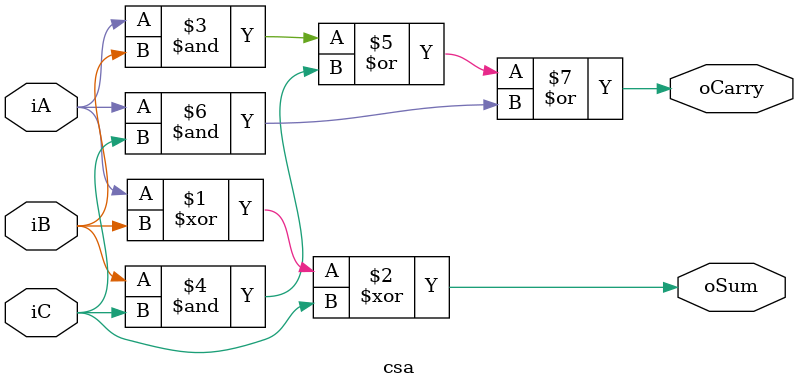
<source format=v>
`timescale 1ns / 1ps

module csa(
    input wire iA, iB, iC,
    output wire oSum, oCarry
);
    // Sum is XOR of all three inputs  
    assign oSum = iA ^ iB ^ iC;
    
    // Carry is majority of three inputs
    assign oCarry = (iA & iB) | (iB & iC) | (iA & iC);
    
endmodule
</source>
